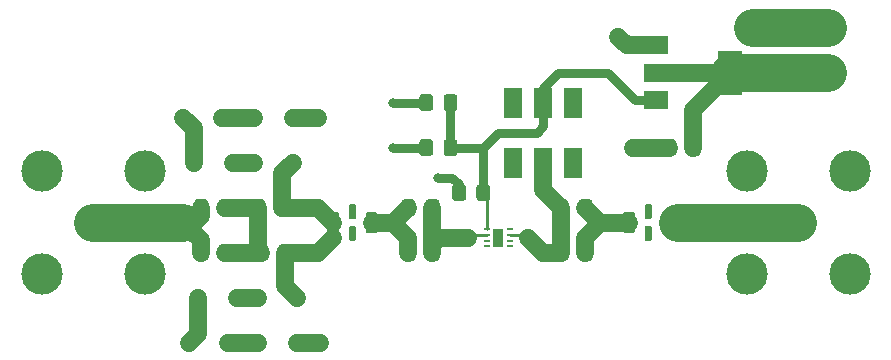
<source format=gbr>
G04 #@! TF.GenerationSoftware,KiCad,Pcbnew,5.1.5-52549c5~84~ubuntu18.04.1*
G04 #@! TF.CreationDate,2020-02-07T09:47:04+09:30*
G04 #@! TF.ProjectId,frontend,66726f6e-7465-46e6-942e-6b696361645f,rev?*
G04 #@! TF.SameCoordinates,Original*
G04 #@! TF.FileFunction,Copper,L1,Top*
G04 #@! TF.FilePolarity,Positive*
%FSLAX46Y46*%
G04 Gerber Fmt 4.6, Leading zero omitted, Abs format (unit mm)*
G04 Created by KiCad (PCBNEW 5.1.5-52549c5~84~ubuntu18.04.1) date 2020-02-07 09:47:04*
%MOMM*%
%LPD*%
G04 APERTURE LIST*
%ADD10C,3.500000*%
%ADD11C,2.050000*%
%ADD12R,0.900000X1.200000*%
%ADD13C,0.100000*%
%ADD14R,1.650000X2.540000*%
%ADD15R,2.500000X2.500000*%
%ADD16C,0.610000*%
%ADD17R,2.000000X1.500000*%
%ADD18R,2.000000X3.800000*%
%ADD19R,0.500000X0.250000*%
%ADD20R,0.900000X1.600000*%
%ADD21C,0.800000*%
%ADD22C,3.200000*%
%ADD23C,1.500000*%
%ADD24C,0.750000*%
%ADD25C,0.250000*%
G04 APERTURE END LIST*
D10*
X234220000Y-123920000D03*
X225520000Y-123920000D03*
X225520000Y-132620000D03*
D11*
X229870000Y-128270000D03*
D10*
X234220000Y-132620000D03*
D12*
X178310000Y-138430000D03*
X181610000Y-138430000D03*
G04 #@! TA.AperFunction,SMDPad,CuDef*
D13*
G36*
X179664505Y-126301204D02*
G01*
X179688773Y-126304804D01*
X179712572Y-126310765D01*
X179735671Y-126319030D01*
X179757850Y-126329520D01*
X179778893Y-126342132D01*
X179798599Y-126356747D01*
X179816777Y-126373223D01*
X179833253Y-126391401D01*
X179847868Y-126411107D01*
X179860480Y-126432150D01*
X179870970Y-126454329D01*
X179879235Y-126477428D01*
X179885196Y-126501227D01*
X179888796Y-126525495D01*
X179890000Y-126549999D01*
X179890000Y-127450001D01*
X179888796Y-127474505D01*
X179885196Y-127498773D01*
X179879235Y-127522572D01*
X179870970Y-127545671D01*
X179860480Y-127567850D01*
X179847868Y-127588893D01*
X179833253Y-127608599D01*
X179816777Y-127626777D01*
X179798599Y-127643253D01*
X179778893Y-127657868D01*
X179757850Y-127670480D01*
X179735671Y-127680970D01*
X179712572Y-127689235D01*
X179688773Y-127695196D01*
X179664505Y-127698796D01*
X179640001Y-127700000D01*
X178989999Y-127700000D01*
X178965495Y-127698796D01*
X178941227Y-127695196D01*
X178917428Y-127689235D01*
X178894329Y-127680970D01*
X178872150Y-127670480D01*
X178851107Y-127657868D01*
X178831401Y-127643253D01*
X178813223Y-127626777D01*
X178796747Y-127608599D01*
X178782132Y-127588893D01*
X178769520Y-127567850D01*
X178759030Y-127545671D01*
X178750765Y-127522572D01*
X178744804Y-127498773D01*
X178741204Y-127474505D01*
X178740000Y-127450001D01*
X178740000Y-126549999D01*
X178741204Y-126525495D01*
X178744804Y-126501227D01*
X178750765Y-126477428D01*
X178759030Y-126454329D01*
X178769520Y-126432150D01*
X178782132Y-126411107D01*
X178796747Y-126391401D01*
X178813223Y-126373223D01*
X178831401Y-126356747D01*
X178851107Y-126342132D01*
X178872150Y-126329520D01*
X178894329Y-126319030D01*
X178917428Y-126310765D01*
X178941227Y-126304804D01*
X178965495Y-126301204D01*
X178989999Y-126300000D01*
X179640001Y-126300000D01*
X179664505Y-126301204D01*
G37*
G04 #@! TD.AperFunction*
G04 #@! TA.AperFunction,SMDPad,CuDef*
G36*
X181714505Y-126301204D02*
G01*
X181738773Y-126304804D01*
X181762572Y-126310765D01*
X181785671Y-126319030D01*
X181807850Y-126329520D01*
X181828893Y-126342132D01*
X181848599Y-126356747D01*
X181866777Y-126373223D01*
X181883253Y-126391401D01*
X181897868Y-126411107D01*
X181910480Y-126432150D01*
X181920970Y-126454329D01*
X181929235Y-126477428D01*
X181935196Y-126501227D01*
X181938796Y-126525495D01*
X181940000Y-126549999D01*
X181940000Y-127450001D01*
X181938796Y-127474505D01*
X181935196Y-127498773D01*
X181929235Y-127522572D01*
X181920970Y-127545671D01*
X181910480Y-127567850D01*
X181897868Y-127588893D01*
X181883253Y-127608599D01*
X181866777Y-127626777D01*
X181848599Y-127643253D01*
X181828893Y-127657868D01*
X181807850Y-127670480D01*
X181785671Y-127680970D01*
X181762572Y-127689235D01*
X181738773Y-127695196D01*
X181714505Y-127698796D01*
X181690001Y-127700000D01*
X181039999Y-127700000D01*
X181015495Y-127698796D01*
X180991227Y-127695196D01*
X180967428Y-127689235D01*
X180944329Y-127680970D01*
X180922150Y-127670480D01*
X180901107Y-127657868D01*
X180881401Y-127643253D01*
X180863223Y-127626777D01*
X180846747Y-127608599D01*
X180832132Y-127588893D01*
X180819520Y-127567850D01*
X180809030Y-127545671D01*
X180800765Y-127522572D01*
X180794804Y-127498773D01*
X180791204Y-127474505D01*
X180790000Y-127450001D01*
X180790000Y-126549999D01*
X180791204Y-126525495D01*
X180794804Y-126501227D01*
X180800765Y-126477428D01*
X180809030Y-126454329D01*
X180819520Y-126432150D01*
X180832132Y-126411107D01*
X180846747Y-126391401D01*
X180863223Y-126373223D01*
X180881401Y-126356747D01*
X180901107Y-126342132D01*
X180922150Y-126329520D01*
X180944329Y-126319030D01*
X180967428Y-126310765D01*
X180991227Y-126304804D01*
X181015495Y-126301204D01*
X181039999Y-126300000D01*
X181690001Y-126300000D01*
X181714505Y-126301204D01*
G37*
G04 #@! TD.AperFunction*
D14*
X205740000Y-118110000D03*
X208280000Y-118110000D03*
X210820000Y-118110000D03*
X210820000Y-123190000D03*
X208280000Y-123190000D03*
X205740000Y-123190000D03*
D15*
X231140000Y-111760000D03*
G04 #@! TA.AperFunction,SMDPad,CuDef*
D13*
G36*
X212194505Y-126301204D02*
G01*
X212218773Y-126304804D01*
X212242572Y-126310765D01*
X212265671Y-126319030D01*
X212287850Y-126329520D01*
X212308893Y-126342132D01*
X212328599Y-126356747D01*
X212346777Y-126373223D01*
X212363253Y-126391401D01*
X212377868Y-126411107D01*
X212390480Y-126432150D01*
X212400970Y-126454329D01*
X212409235Y-126477428D01*
X212415196Y-126501227D01*
X212418796Y-126525495D01*
X212420000Y-126549999D01*
X212420000Y-127450001D01*
X212418796Y-127474505D01*
X212415196Y-127498773D01*
X212409235Y-127522572D01*
X212400970Y-127545671D01*
X212390480Y-127567850D01*
X212377868Y-127588893D01*
X212363253Y-127608599D01*
X212346777Y-127626777D01*
X212328599Y-127643253D01*
X212308893Y-127657868D01*
X212287850Y-127670480D01*
X212265671Y-127680970D01*
X212242572Y-127689235D01*
X212218773Y-127695196D01*
X212194505Y-127698796D01*
X212170001Y-127700000D01*
X211519999Y-127700000D01*
X211495495Y-127698796D01*
X211471227Y-127695196D01*
X211447428Y-127689235D01*
X211424329Y-127680970D01*
X211402150Y-127670480D01*
X211381107Y-127657868D01*
X211361401Y-127643253D01*
X211343223Y-127626777D01*
X211326747Y-127608599D01*
X211312132Y-127588893D01*
X211299520Y-127567850D01*
X211289030Y-127545671D01*
X211280765Y-127522572D01*
X211274804Y-127498773D01*
X211271204Y-127474505D01*
X211270000Y-127450001D01*
X211270000Y-126549999D01*
X211271204Y-126525495D01*
X211274804Y-126501227D01*
X211280765Y-126477428D01*
X211289030Y-126454329D01*
X211299520Y-126432150D01*
X211312132Y-126411107D01*
X211326747Y-126391401D01*
X211343223Y-126373223D01*
X211361401Y-126356747D01*
X211381107Y-126342132D01*
X211402150Y-126329520D01*
X211424329Y-126319030D01*
X211447428Y-126310765D01*
X211471227Y-126304804D01*
X211495495Y-126301204D01*
X211519999Y-126300000D01*
X212170001Y-126300000D01*
X212194505Y-126301204D01*
G37*
G04 #@! TD.AperFunction*
G04 #@! TA.AperFunction,SMDPad,CuDef*
G36*
X210144505Y-126301204D02*
G01*
X210168773Y-126304804D01*
X210192572Y-126310765D01*
X210215671Y-126319030D01*
X210237850Y-126329520D01*
X210258893Y-126342132D01*
X210278599Y-126356747D01*
X210296777Y-126373223D01*
X210313253Y-126391401D01*
X210327868Y-126411107D01*
X210340480Y-126432150D01*
X210350970Y-126454329D01*
X210359235Y-126477428D01*
X210365196Y-126501227D01*
X210368796Y-126525495D01*
X210370000Y-126549999D01*
X210370000Y-127450001D01*
X210368796Y-127474505D01*
X210365196Y-127498773D01*
X210359235Y-127522572D01*
X210350970Y-127545671D01*
X210340480Y-127567850D01*
X210327868Y-127588893D01*
X210313253Y-127608599D01*
X210296777Y-127626777D01*
X210278599Y-127643253D01*
X210258893Y-127657868D01*
X210237850Y-127670480D01*
X210215671Y-127680970D01*
X210192572Y-127689235D01*
X210168773Y-127695196D01*
X210144505Y-127698796D01*
X210120001Y-127700000D01*
X209469999Y-127700000D01*
X209445495Y-127698796D01*
X209421227Y-127695196D01*
X209397428Y-127689235D01*
X209374329Y-127680970D01*
X209352150Y-127670480D01*
X209331107Y-127657868D01*
X209311401Y-127643253D01*
X209293223Y-127626777D01*
X209276747Y-127608599D01*
X209262132Y-127588893D01*
X209249520Y-127567850D01*
X209239030Y-127545671D01*
X209230765Y-127522572D01*
X209224804Y-127498773D01*
X209221204Y-127474505D01*
X209220000Y-127450001D01*
X209220000Y-126549999D01*
X209221204Y-126525495D01*
X209224804Y-126501227D01*
X209230765Y-126477428D01*
X209239030Y-126454329D01*
X209249520Y-126432150D01*
X209262132Y-126411107D01*
X209276747Y-126391401D01*
X209293223Y-126373223D01*
X209311401Y-126356747D01*
X209331107Y-126342132D01*
X209352150Y-126329520D01*
X209374329Y-126319030D01*
X209397428Y-126310765D01*
X209421227Y-126304804D01*
X209445495Y-126301204D01*
X209469999Y-126300000D01*
X210120001Y-126300000D01*
X210144505Y-126301204D01*
G37*
G04 #@! TD.AperFunction*
D16*
X192125000Y-127165000D03*
X192125000Y-129375000D03*
G04 #@! TA.AperFunction,SMDPad,CuDef*
D13*
G36*
X192292448Y-126720734D02*
G01*
X192307251Y-126722930D01*
X192321768Y-126726567D01*
X192335859Y-126731608D01*
X192349388Y-126738007D01*
X192362224Y-126745701D01*
X192374245Y-126754616D01*
X192385334Y-126764666D01*
X192395384Y-126775755D01*
X192404299Y-126787776D01*
X192411993Y-126800612D01*
X192418392Y-126814141D01*
X192423433Y-126828232D01*
X192427070Y-126842749D01*
X192429266Y-126857552D01*
X192430000Y-126872500D01*
X192430000Y-127812500D01*
X192429266Y-127827448D01*
X192427070Y-127842251D01*
X192423433Y-127856768D01*
X192418392Y-127870859D01*
X192411993Y-127884388D01*
X192404299Y-127897224D01*
X192395384Y-127909245D01*
X192385334Y-127920334D01*
X192374245Y-127930384D01*
X192362224Y-127939299D01*
X192349388Y-127946993D01*
X192335859Y-127953392D01*
X192321768Y-127958433D01*
X192307251Y-127962070D01*
X192292448Y-127964266D01*
X192277500Y-127965000D01*
X191972500Y-127965000D01*
X191957552Y-127964266D01*
X191942749Y-127962070D01*
X191928232Y-127958433D01*
X191914141Y-127953392D01*
X191900612Y-127946993D01*
X191887776Y-127939299D01*
X191875755Y-127930384D01*
X191864666Y-127920334D01*
X191854616Y-127909245D01*
X191845701Y-127897224D01*
X191838007Y-127884388D01*
X191831608Y-127870859D01*
X191826567Y-127856768D01*
X191822930Y-127842251D01*
X191820734Y-127827448D01*
X191820000Y-127812500D01*
X191820000Y-126872500D01*
X191820734Y-126857552D01*
X191822930Y-126842749D01*
X191826567Y-126828232D01*
X191831608Y-126814141D01*
X191838007Y-126800612D01*
X191845701Y-126787776D01*
X191854616Y-126775755D01*
X191864666Y-126764666D01*
X191875755Y-126754616D01*
X191887776Y-126745701D01*
X191900612Y-126738007D01*
X191914141Y-126731608D01*
X191928232Y-126726567D01*
X191942749Y-126722930D01*
X191957552Y-126720734D01*
X191972500Y-126720000D01*
X192277500Y-126720000D01*
X192292448Y-126720734D01*
G37*
G04 #@! TD.AperFunction*
G04 #@! TA.AperFunction,SMDPad,CuDef*
G36*
X192292448Y-128575734D02*
G01*
X192307251Y-128577930D01*
X192321768Y-128581567D01*
X192335859Y-128586608D01*
X192349388Y-128593007D01*
X192362224Y-128600701D01*
X192374245Y-128609616D01*
X192385334Y-128619666D01*
X192395384Y-128630755D01*
X192404299Y-128642776D01*
X192411993Y-128655612D01*
X192418392Y-128669141D01*
X192423433Y-128683232D01*
X192427070Y-128697749D01*
X192429266Y-128712552D01*
X192430000Y-128727500D01*
X192430000Y-129667500D01*
X192429266Y-129682448D01*
X192427070Y-129697251D01*
X192423433Y-129711768D01*
X192418392Y-129725859D01*
X192411993Y-129739388D01*
X192404299Y-129752224D01*
X192395384Y-129764245D01*
X192385334Y-129775334D01*
X192374245Y-129785384D01*
X192362224Y-129794299D01*
X192349388Y-129801993D01*
X192335859Y-129808392D01*
X192321768Y-129813433D01*
X192307251Y-129817070D01*
X192292448Y-129819266D01*
X192277500Y-129820000D01*
X191972500Y-129820000D01*
X191957552Y-129819266D01*
X191942749Y-129817070D01*
X191928232Y-129813433D01*
X191914141Y-129808392D01*
X191900612Y-129801993D01*
X191887776Y-129794299D01*
X191875755Y-129785384D01*
X191864666Y-129775334D01*
X191854616Y-129764245D01*
X191845701Y-129752224D01*
X191838007Y-129739388D01*
X191831608Y-129725859D01*
X191826567Y-129711768D01*
X191822930Y-129697251D01*
X191820734Y-129682448D01*
X191820000Y-129667500D01*
X191820000Y-128727500D01*
X191820734Y-128712552D01*
X191822930Y-128697749D01*
X191826567Y-128683232D01*
X191831608Y-128669141D01*
X191838007Y-128655612D01*
X191845701Y-128642776D01*
X191854616Y-128630755D01*
X191864666Y-128619666D01*
X191875755Y-128609616D01*
X191887776Y-128600701D01*
X191900612Y-128593007D01*
X191914141Y-128586608D01*
X191928232Y-128581567D01*
X191942749Y-128577930D01*
X191957552Y-128575734D01*
X191972500Y-128575000D01*
X192277500Y-128575000D01*
X192292448Y-128575734D01*
G37*
G04 #@! TD.AperFunction*
G04 #@! TA.AperFunction,SMDPad,CuDef*
G36*
X194044865Y-127371202D02*
G01*
X194069095Y-127374796D01*
X194092855Y-127380748D01*
X194115918Y-127389000D01*
X194138061Y-127399472D01*
X194159070Y-127412065D01*
X194178745Y-127426657D01*
X194196894Y-127443106D01*
X194213343Y-127461255D01*
X194227935Y-127480930D01*
X194240528Y-127501939D01*
X194251000Y-127524082D01*
X194259252Y-127547145D01*
X194265204Y-127570905D01*
X194268798Y-127595135D01*
X194270000Y-127619600D01*
X194270000Y-128920400D01*
X194268798Y-128944865D01*
X194265204Y-128969095D01*
X194259252Y-128992855D01*
X194251000Y-129015918D01*
X194240528Y-129038061D01*
X194227935Y-129059070D01*
X194213343Y-129078745D01*
X194196894Y-129096894D01*
X194178745Y-129113343D01*
X194159070Y-129127935D01*
X194138061Y-129140528D01*
X194115918Y-129151000D01*
X194092855Y-129159252D01*
X194069095Y-129165204D01*
X194044865Y-129168798D01*
X194020400Y-129170000D01*
X193479600Y-129170000D01*
X193455135Y-129168798D01*
X193430905Y-129165204D01*
X193407145Y-129159252D01*
X193384082Y-129151000D01*
X193361939Y-129140528D01*
X193340930Y-129127935D01*
X193321255Y-129113343D01*
X193303106Y-129096894D01*
X193286657Y-129078745D01*
X193272065Y-129059070D01*
X193259472Y-129038061D01*
X193249000Y-129015918D01*
X193240748Y-128992855D01*
X193234796Y-128969095D01*
X193231202Y-128944865D01*
X193230000Y-128920400D01*
X193230000Y-127619600D01*
X193231202Y-127595135D01*
X193234796Y-127570905D01*
X193240748Y-127547145D01*
X193249000Y-127524082D01*
X193259472Y-127501939D01*
X193272065Y-127480930D01*
X193286657Y-127461255D01*
X193303106Y-127443106D01*
X193321255Y-127426657D01*
X193340930Y-127412065D01*
X193361939Y-127399472D01*
X193384082Y-127389000D01*
X193407145Y-127380748D01*
X193430905Y-127374796D01*
X193455135Y-127371202D01*
X193479600Y-127370000D01*
X194020400Y-127370000D01*
X194044865Y-127371202D01*
G37*
G04 #@! TD.AperFunction*
G04 #@! TA.AperFunction,SMDPad,CuDef*
G36*
X190794865Y-127371202D02*
G01*
X190819095Y-127374796D01*
X190842855Y-127380748D01*
X190865918Y-127389000D01*
X190888061Y-127399472D01*
X190909070Y-127412065D01*
X190928745Y-127426657D01*
X190946894Y-127443106D01*
X190963343Y-127461255D01*
X190977935Y-127480930D01*
X190990528Y-127501939D01*
X191001000Y-127524082D01*
X191009252Y-127547145D01*
X191015204Y-127570905D01*
X191018798Y-127595135D01*
X191020000Y-127619600D01*
X191020000Y-128920400D01*
X191018798Y-128944865D01*
X191015204Y-128969095D01*
X191009252Y-128992855D01*
X191001000Y-129015918D01*
X190990528Y-129038061D01*
X190977935Y-129059070D01*
X190963343Y-129078745D01*
X190946894Y-129096894D01*
X190928745Y-129113343D01*
X190909070Y-129127935D01*
X190888061Y-129140528D01*
X190865918Y-129151000D01*
X190842855Y-129159252D01*
X190819095Y-129165204D01*
X190794865Y-129168798D01*
X190770400Y-129170000D01*
X190229600Y-129170000D01*
X190205135Y-129168798D01*
X190180905Y-129165204D01*
X190157145Y-129159252D01*
X190134082Y-129151000D01*
X190111939Y-129140528D01*
X190090930Y-129127935D01*
X190071255Y-129113343D01*
X190053106Y-129096894D01*
X190036657Y-129078745D01*
X190022065Y-129059070D01*
X190009472Y-129038061D01*
X189999000Y-129015918D01*
X189990748Y-128992855D01*
X189984796Y-128969095D01*
X189981202Y-128944865D01*
X189980000Y-128920400D01*
X189980000Y-127619600D01*
X189981202Y-127595135D01*
X189984796Y-127570905D01*
X189990748Y-127547145D01*
X189999000Y-127524082D01*
X190009472Y-127501939D01*
X190022065Y-127480930D01*
X190036657Y-127461255D01*
X190053106Y-127443106D01*
X190071255Y-127426657D01*
X190090930Y-127412065D01*
X190111939Y-127399472D01*
X190134082Y-127389000D01*
X190157145Y-127380748D01*
X190180905Y-127374796D01*
X190205135Y-127371202D01*
X190229600Y-127370000D01*
X190770400Y-127370000D01*
X190794865Y-127371202D01*
G37*
G04 #@! TD.AperFunction*
G04 #@! TA.AperFunction,SMDPad,CuDef*
G36*
X201499505Y-125031204D02*
G01*
X201523773Y-125034804D01*
X201547572Y-125040765D01*
X201570671Y-125049030D01*
X201592850Y-125059520D01*
X201613893Y-125072132D01*
X201633599Y-125086747D01*
X201651777Y-125103223D01*
X201668253Y-125121401D01*
X201682868Y-125141107D01*
X201695480Y-125162150D01*
X201705970Y-125184329D01*
X201714235Y-125207428D01*
X201720196Y-125231227D01*
X201723796Y-125255495D01*
X201725000Y-125279999D01*
X201725000Y-126180001D01*
X201723796Y-126204505D01*
X201720196Y-126228773D01*
X201714235Y-126252572D01*
X201705970Y-126275671D01*
X201695480Y-126297850D01*
X201682868Y-126318893D01*
X201668253Y-126338599D01*
X201651777Y-126356777D01*
X201633599Y-126373253D01*
X201613893Y-126387868D01*
X201592850Y-126400480D01*
X201570671Y-126410970D01*
X201547572Y-126419235D01*
X201523773Y-126425196D01*
X201499505Y-126428796D01*
X201475001Y-126430000D01*
X200824999Y-126430000D01*
X200800495Y-126428796D01*
X200776227Y-126425196D01*
X200752428Y-126419235D01*
X200729329Y-126410970D01*
X200707150Y-126400480D01*
X200686107Y-126387868D01*
X200666401Y-126373253D01*
X200648223Y-126356777D01*
X200631747Y-126338599D01*
X200617132Y-126318893D01*
X200604520Y-126297850D01*
X200594030Y-126275671D01*
X200585765Y-126252572D01*
X200579804Y-126228773D01*
X200576204Y-126204505D01*
X200575000Y-126180001D01*
X200575000Y-125279999D01*
X200576204Y-125255495D01*
X200579804Y-125231227D01*
X200585765Y-125207428D01*
X200594030Y-125184329D01*
X200604520Y-125162150D01*
X200617132Y-125141107D01*
X200631747Y-125121401D01*
X200648223Y-125103223D01*
X200666401Y-125086747D01*
X200686107Y-125072132D01*
X200707150Y-125059520D01*
X200729329Y-125049030D01*
X200752428Y-125040765D01*
X200776227Y-125034804D01*
X200800495Y-125031204D01*
X200824999Y-125030000D01*
X201475001Y-125030000D01*
X201499505Y-125031204D01*
G37*
G04 #@! TD.AperFunction*
G04 #@! TA.AperFunction,SMDPad,CuDef*
G36*
X203549505Y-125031204D02*
G01*
X203573773Y-125034804D01*
X203597572Y-125040765D01*
X203620671Y-125049030D01*
X203642850Y-125059520D01*
X203663893Y-125072132D01*
X203683599Y-125086747D01*
X203701777Y-125103223D01*
X203718253Y-125121401D01*
X203732868Y-125141107D01*
X203745480Y-125162150D01*
X203755970Y-125184329D01*
X203764235Y-125207428D01*
X203770196Y-125231227D01*
X203773796Y-125255495D01*
X203775000Y-125279999D01*
X203775000Y-126180001D01*
X203773796Y-126204505D01*
X203770196Y-126228773D01*
X203764235Y-126252572D01*
X203755970Y-126275671D01*
X203745480Y-126297850D01*
X203732868Y-126318893D01*
X203718253Y-126338599D01*
X203701777Y-126356777D01*
X203683599Y-126373253D01*
X203663893Y-126387868D01*
X203642850Y-126400480D01*
X203620671Y-126410970D01*
X203597572Y-126419235D01*
X203573773Y-126425196D01*
X203549505Y-126428796D01*
X203525001Y-126430000D01*
X202874999Y-126430000D01*
X202850495Y-126428796D01*
X202826227Y-126425196D01*
X202802428Y-126419235D01*
X202779329Y-126410970D01*
X202757150Y-126400480D01*
X202736107Y-126387868D01*
X202716401Y-126373253D01*
X202698223Y-126356777D01*
X202681747Y-126338599D01*
X202667132Y-126318893D01*
X202654520Y-126297850D01*
X202644030Y-126275671D01*
X202635765Y-126252572D01*
X202629804Y-126228773D01*
X202626204Y-126204505D01*
X202625000Y-126180001D01*
X202625000Y-125279999D01*
X202626204Y-125255495D01*
X202629804Y-125231227D01*
X202635765Y-125207428D01*
X202644030Y-125184329D01*
X202654520Y-125162150D01*
X202667132Y-125141107D01*
X202681747Y-125121401D01*
X202698223Y-125103223D01*
X202716401Y-125086747D01*
X202736107Y-125072132D01*
X202757150Y-125059520D01*
X202779329Y-125049030D01*
X202802428Y-125040765D01*
X202826227Y-125034804D01*
X202850495Y-125031204D01*
X202874999Y-125030000D01*
X203525001Y-125030000D01*
X203549505Y-125031204D01*
G37*
G04 #@! TD.AperFunction*
G04 #@! TA.AperFunction,SMDPad,CuDef*
G36*
X219279505Y-121221204D02*
G01*
X219303773Y-121224804D01*
X219327572Y-121230765D01*
X219350671Y-121239030D01*
X219372850Y-121249520D01*
X219393893Y-121262132D01*
X219413599Y-121276747D01*
X219431777Y-121293223D01*
X219448253Y-121311401D01*
X219462868Y-121331107D01*
X219475480Y-121352150D01*
X219485970Y-121374329D01*
X219494235Y-121397428D01*
X219500196Y-121421227D01*
X219503796Y-121445495D01*
X219505000Y-121469999D01*
X219505000Y-122370001D01*
X219503796Y-122394505D01*
X219500196Y-122418773D01*
X219494235Y-122442572D01*
X219485970Y-122465671D01*
X219475480Y-122487850D01*
X219462868Y-122508893D01*
X219448253Y-122528599D01*
X219431777Y-122546777D01*
X219413599Y-122563253D01*
X219393893Y-122577868D01*
X219372850Y-122590480D01*
X219350671Y-122600970D01*
X219327572Y-122609235D01*
X219303773Y-122615196D01*
X219279505Y-122618796D01*
X219255001Y-122620000D01*
X218604999Y-122620000D01*
X218580495Y-122618796D01*
X218556227Y-122615196D01*
X218532428Y-122609235D01*
X218509329Y-122600970D01*
X218487150Y-122590480D01*
X218466107Y-122577868D01*
X218446401Y-122563253D01*
X218428223Y-122546777D01*
X218411747Y-122528599D01*
X218397132Y-122508893D01*
X218384520Y-122487850D01*
X218374030Y-122465671D01*
X218365765Y-122442572D01*
X218359804Y-122418773D01*
X218356204Y-122394505D01*
X218355000Y-122370001D01*
X218355000Y-121469999D01*
X218356204Y-121445495D01*
X218359804Y-121421227D01*
X218365765Y-121397428D01*
X218374030Y-121374329D01*
X218384520Y-121352150D01*
X218397132Y-121331107D01*
X218411747Y-121311401D01*
X218428223Y-121293223D01*
X218446401Y-121276747D01*
X218466107Y-121262132D01*
X218487150Y-121249520D01*
X218509329Y-121239030D01*
X218532428Y-121230765D01*
X218556227Y-121224804D01*
X218580495Y-121221204D01*
X218604999Y-121220000D01*
X219255001Y-121220000D01*
X219279505Y-121221204D01*
G37*
G04 #@! TD.AperFunction*
G04 #@! TA.AperFunction,SMDPad,CuDef*
G36*
X221329505Y-121221204D02*
G01*
X221353773Y-121224804D01*
X221377572Y-121230765D01*
X221400671Y-121239030D01*
X221422850Y-121249520D01*
X221443893Y-121262132D01*
X221463599Y-121276747D01*
X221481777Y-121293223D01*
X221498253Y-121311401D01*
X221512868Y-121331107D01*
X221525480Y-121352150D01*
X221535970Y-121374329D01*
X221544235Y-121397428D01*
X221550196Y-121421227D01*
X221553796Y-121445495D01*
X221555000Y-121469999D01*
X221555000Y-122370001D01*
X221553796Y-122394505D01*
X221550196Y-122418773D01*
X221544235Y-122442572D01*
X221535970Y-122465671D01*
X221525480Y-122487850D01*
X221512868Y-122508893D01*
X221498253Y-122528599D01*
X221481777Y-122546777D01*
X221463599Y-122563253D01*
X221443893Y-122577868D01*
X221422850Y-122590480D01*
X221400671Y-122600970D01*
X221377572Y-122609235D01*
X221353773Y-122615196D01*
X221329505Y-122618796D01*
X221305001Y-122620000D01*
X220654999Y-122620000D01*
X220630495Y-122618796D01*
X220606227Y-122615196D01*
X220582428Y-122609235D01*
X220559329Y-122600970D01*
X220537150Y-122590480D01*
X220516107Y-122577868D01*
X220496401Y-122563253D01*
X220478223Y-122546777D01*
X220461747Y-122528599D01*
X220447132Y-122508893D01*
X220434520Y-122487850D01*
X220424030Y-122465671D01*
X220415765Y-122442572D01*
X220409804Y-122418773D01*
X220406204Y-122394505D01*
X220405000Y-122370001D01*
X220405000Y-121469999D01*
X220406204Y-121445495D01*
X220409804Y-121421227D01*
X220415765Y-121397428D01*
X220424030Y-121374329D01*
X220434520Y-121352150D01*
X220447132Y-121331107D01*
X220461747Y-121311401D01*
X220478223Y-121293223D01*
X220496401Y-121276747D01*
X220516107Y-121262132D01*
X220537150Y-121249520D01*
X220559329Y-121239030D01*
X220582428Y-121230765D01*
X220606227Y-121224804D01*
X220630495Y-121221204D01*
X220654999Y-121220000D01*
X221305001Y-121220000D01*
X221329505Y-121221204D01*
G37*
G04 #@! TD.AperFunction*
D17*
X217830000Y-113270000D03*
X217830000Y-117870000D03*
X217830000Y-115570000D03*
D18*
X224130000Y-115570000D03*
G04 #@! TA.AperFunction,SMDPad,CuDef*
D13*
G36*
X198714505Y-121221204D02*
G01*
X198738773Y-121224804D01*
X198762572Y-121230765D01*
X198785671Y-121239030D01*
X198807850Y-121249520D01*
X198828893Y-121262132D01*
X198848599Y-121276747D01*
X198866777Y-121293223D01*
X198883253Y-121311401D01*
X198897868Y-121331107D01*
X198910480Y-121352150D01*
X198920970Y-121374329D01*
X198929235Y-121397428D01*
X198935196Y-121421227D01*
X198938796Y-121445495D01*
X198940000Y-121469999D01*
X198940000Y-122370001D01*
X198938796Y-122394505D01*
X198935196Y-122418773D01*
X198929235Y-122442572D01*
X198920970Y-122465671D01*
X198910480Y-122487850D01*
X198897868Y-122508893D01*
X198883253Y-122528599D01*
X198866777Y-122546777D01*
X198848599Y-122563253D01*
X198828893Y-122577868D01*
X198807850Y-122590480D01*
X198785671Y-122600970D01*
X198762572Y-122609235D01*
X198738773Y-122615196D01*
X198714505Y-122618796D01*
X198690001Y-122620000D01*
X198039999Y-122620000D01*
X198015495Y-122618796D01*
X197991227Y-122615196D01*
X197967428Y-122609235D01*
X197944329Y-122600970D01*
X197922150Y-122590480D01*
X197901107Y-122577868D01*
X197881401Y-122563253D01*
X197863223Y-122546777D01*
X197846747Y-122528599D01*
X197832132Y-122508893D01*
X197819520Y-122487850D01*
X197809030Y-122465671D01*
X197800765Y-122442572D01*
X197794804Y-122418773D01*
X197791204Y-122394505D01*
X197790000Y-122370001D01*
X197790000Y-121469999D01*
X197791204Y-121445495D01*
X197794804Y-121421227D01*
X197800765Y-121397428D01*
X197809030Y-121374329D01*
X197819520Y-121352150D01*
X197832132Y-121331107D01*
X197846747Y-121311401D01*
X197863223Y-121293223D01*
X197881401Y-121276747D01*
X197901107Y-121262132D01*
X197922150Y-121249520D01*
X197944329Y-121239030D01*
X197967428Y-121230765D01*
X197991227Y-121224804D01*
X198015495Y-121221204D01*
X198039999Y-121220000D01*
X198690001Y-121220000D01*
X198714505Y-121221204D01*
G37*
G04 #@! TD.AperFunction*
G04 #@! TA.AperFunction,SMDPad,CuDef*
G36*
X200764505Y-121221204D02*
G01*
X200788773Y-121224804D01*
X200812572Y-121230765D01*
X200835671Y-121239030D01*
X200857850Y-121249520D01*
X200878893Y-121262132D01*
X200898599Y-121276747D01*
X200916777Y-121293223D01*
X200933253Y-121311401D01*
X200947868Y-121331107D01*
X200960480Y-121352150D01*
X200970970Y-121374329D01*
X200979235Y-121397428D01*
X200985196Y-121421227D01*
X200988796Y-121445495D01*
X200990000Y-121469999D01*
X200990000Y-122370001D01*
X200988796Y-122394505D01*
X200985196Y-122418773D01*
X200979235Y-122442572D01*
X200970970Y-122465671D01*
X200960480Y-122487850D01*
X200947868Y-122508893D01*
X200933253Y-122528599D01*
X200916777Y-122546777D01*
X200898599Y-122563253D01*
X200878893Y-122577868D01*
X200857850Y-122590480D01*
X200835671Y-122600970D01*
X200812572Y-122609235D01*
X200788773Y-122615196D01*
X200764505Y-122618796D01*
X200740001Y-122620000D01*
X200089999Y-122620000D01*
X200065495Y-122618796D01*
X200041227Y-122615196D01*
X200017428Y-122609235D01*
X199994329Y-122600970D01*
X199972150Y-122590480D01*
X199951107Y-122577868D01*
X199931401Y-122563253D01*
X199913223Y-122546777D01*
X199896747Y-122528599D01*
X199882132Y-122508893D01*
X199869520Y-122487850D01*
X199859030Y-122465671D01*
X199850765Y-122442572D01*
X199844804Y-122418773D01*
X199841204Y-122394505D01*
X199840000Y-122370001D01*
X199840000Y-121469999D01*
X199841204Y-121445495D01*
X199844804Y-121421227D01*
X199850765Y-121397428D01*
X199859030Y-121374329D01*
X199869520Y-121352150D01*
X199882132Y-121331107D01*
X199896747Y-121311401D01*
X199913223Y-121293223D01*
X199931401Y-121276747D01*
X199951107Y-121262132D01*
X199972150Y-121249520D01*
X199994329Y-121239030D01*
X200017428Y-121230765D01*
X200041227Y-121224804D01*
X200065495Y-121221204D01*
X200089999Y-121220000D01*
X200740001Y-121220000D01*
X200764505Y-121221204D01*
G37*
G04 #@! TD.AperFunction*
D12*
X178690000Y-123190000D03*
X181990000Y-123190000D03*
D10*
X174530000Y-132620000D03*
D11*
X170180000Y-128270000D03*
D10*
X165830000Y-132620000D03*
X165830000Y-123920000D03*
X174530000Y-123920000D03*
D16*
X217170000Y-127165000D03*
X217170000Y-129375000D03*
G04 #@! TA.AperFunction,SMDPad,CuDef*
D13*
G36*
X217337448Y-126720734D02*
G01*
X217352251Y-126722930D01*
X217366768Y-126726567D01*
X217380859Y-126731608D01*
X217394388Y-126738007D01*
X217407224Y-126745701D01*
X217419245Y-126754616D01*
X217430334Y-126764666D01*
X217440384Y-126775755D01*
X217449299Y-126787776D01*
X217456993Y-126800612D01*
X217463392Y-126814141D01*
X217468433Y-126828232D01*
X217472070Y-126842749D01*
X217474266Y-126857552D01*
X217475000Y-126872500D01*
X217475000Y-127812500D01*
X217474266Y-127827448D01*
X217472070Y-127842251D01*
X217468433Y-127856768D01*
X217463392Y-127870859D01*
X217456993Y-127884388D01*
X217449299Y-127897224D01*
X217440384Y-127909245D01*
X217430334Y-127920334D01*
X217419245Y-127930384D01*
X217407224Y-127939299D01*
X217394388Y-127946993D01*
X217380859Y-127953392D01*
X217366768Y-127958433D01*
X217352251Y-127962070D01*
X217337448Y-127964266D01*
X217322500Y-127965000D01*
X217017500Y-127965000D01*
X217002552Y-127964266D01*
X216987749Y-127962070D01*
X216973232Y-127958433D01*
X216959141Y-127953392D01*
X216945612Y-127946993D01*
X216932776Y-127939299D01*
X216920755Y-127930384D01*
X216909666Y-127920334D01*
X216899616Y-127909245D01*
X216890701Y-127897224D01*
X216883007Y-127884388D01*
X216876608Y-127870859D01*
X216871567Y-127856768D01*
X216867930Y-127842251D01*
X216865734Y-127827448D01*
X216865000Y-127812500D01*
X216865000Y-126872500D01*
X216865734Y-126857552D01*
X216867930Y-126842749D01*
X216871567Y-126828232D01*
X216876608Y-126814141D01*
X216883007Y-126800612D01*
X216890701Y-126787776D01*
X216899616Y-126775755D01*
X216909666Y-126764666D01*
X216920755Y-126754616D01*
X216932776Y-126745701D01*
X216945612Y-126738007D01*
X216959141Y-126731608D01*
X216973232Y-126726567D01*
X216987749Y-126722930D01*
X217002552Y-126720734D01*
X217017500Y-126720000D01*
X217322500Y-126720000D01*
X217337448Y-126720734D01*
G37*
G04 #@! TD.AperFunction*
G04 #@! TA.AperFunction,SMDPad,CuDef*
G36*
X217337448Y-128575734D02*
G01*
X217352251Y-128577930D01*
X217366768Y-128581567D01*
X217380859Y-128586608D01*
X217394388Y-128593007D01*
X217407224Y-128600701D01*
X217419245Y-128609616D01*
X217430334Y-128619666D01*
X217440384Y-128630755D01*
X217449299Y-128642776D01*
X217456993Y-128655612D01*
X217463392Y-128669141D01*
X217468433Y-128683232D01*
X217472070Y-128697749D01*
X217474266Y-128712552D01*
X217475000Y-128727500D01*
X217475000Y-129667500D01*
X217474266Y-129682448D01*
X217472070Y-129697251D01*
X217468433Y-129711768D01*
X217463392Y-129725859D01*
X217456993Y-129739388D01*
X217449299Y-129752224D01*
X217440384Y-129764245D01*
X217430334Y-129775334D01*
X217419245Y-129785384D01*
X217407224Y-129794299D01*
X217394388Y-129801993D01*
X217380859Y-129808392D01*
X217366768Y-129813433D01*
X217352251Y-129817070D01*
X217337448Y-129819266D01*
X217322500Y-129820000D01*
X217017500Y-129820000D01*
X217002552Y-129819266D01*
X216987749Y-129817070D01*
X216973232Y-129813433D01*
X216959141Y-129808392D01*
X216945612Y-129801993D01*
X216932776Y-129794299D01*
X216920755Y-129785384D01*
X216909666Y-129775334D01*
X216899616Y-129764245D01*
X216890701Y-129752224D01*
X216883007Y-129739388D01*
X216876608Y-129725859D01*
X216871567Y-129711768D01*
X216867930Y-129697251D01*
X216865734Y-129682448D01*
X216865000Y-129667500D01*
X216865000Y-128727500D01*
X216865734Y-128712552D01*
X216867930Y-128697749D01*
X216871567Y-128683232D01*
X216876608Y-128669141D01*
X216883007Y-128655612D01*
X216890701Y-128642776D01*
X216899616Y-128630755D01*
X216909666Y-128619666D01*
X216920755Y-128609616D01*
X216932776Y-128600701D01*
X216945612Y-128593007D01*
X216959141Y-128586608D01*
X216973232Y-128581567D01*
X216987749Y-128577930D01*
X217002552Y-128575734D01*
X217017500Y-128575000D01*
X217322500Y-128575000D01*
X217337448Y-128575734D01*
G37*
G04 #@! TD.AperFunction*
G04 #@! TA.AperFunction,SMDPad,CuDef*
G36*
X219089865Y-127371202D02*
G01*
X219114095Y-127374796D01*
X219137855Y-127380748D01*
X219160918Y-127389000D01*
X219183061Y-127399472D01*
X219204070Y-127412065D01*
X219223745Y-127426657D01*
X219241894Y-127443106D01*
X219258343Y-127461255D01*
X219272935Y-127480930D01*
X219285528Y-127501939D01*
X219296000Y-127524082D01*
X219304252Y-127547145D01*
X219310204Y-127570905D01*
X219313798Y-127595135D01*
X219315000Y-127619600D01*
X219315000Y-128920400D01*
X219313798Y-128944865D01*
X219310204Y-128969095D01*
X219304252Y-128992855D01*
X219296000Y-129015918D01*
X219285528Y-129038061D01*
X219272935Y-129059070D01*
X219258343Y-129078745D01*
X219241894Y-129096894D01*
X219223745Y-129113343D01*
X219204070Y-129127935D01*
X219183061Y-129140528D01*
X219160918Y-129151000D01*
X219137855Y-129159252D01*
X219114095Y-129165204D01*
X219089865Y-129168798D01*
X219065400Y-129170000D01*
X218524600Y-129170000D01*
X218500135Y-129168798D01*
X218475905Y-129165204D01*
X218452145Y-129159252D01*
X218429082Y-129151000D01*
X218406939Y-129140528D01*
X218385930Y-129127935D01*
X218366255Y-129113343D01*
X218348106Y-129096894D01*
X218331657Y-129078745D01*
X218317065Y-129059070D01*
X218304472Y-129038061D01*
X218294000Y-129015918D01*
X218285748Y-128992855D01*
X218279796Y-128969095D01*
X218276202Y-128944865D01*
X218275000Y-128920400D01*
X218275000Y-127619600D01*
X218276202Y-127595135D01*
X218279796Y-127570905D01*
X218285748Y-127547145D01*
X218294000Y-127524082D01*
X218304472Y-127501939D01*
X218317065Y-127480930D01*
X218331657Y-127461255D01*
X218348106Y-127443106D01*
X218366255Y-127426657D01*
X218385930Y-127412065D01*
X218406939Y-127399472D01*
X218429082Y-127389000D01*
X218452145Y-127380748D01*
X218475905Y-127374796D01*
X218500135Y-127371202D01*
X218524600Y-127370000D01*
X219065400Y-127370000D01*
X219089865Y-127371202D01*
G37*
G04 #@! TD.AperFunction*
G04 #@! TA.AperFunction,SMDPad,CuDef*
G36*
X215839865Y-127371202D02*
G01*
X215864095Y-127374796D01*
X215887855Y-127380748D01*
X215910918Y-127389000D01*
X215933061Y-127399472D01*
X215954070Y-127412065D01*
X215973745Y-127426657D01*
X215991894Y-127443106D01*
X216008343Y-127461255D01*
X216022935Y-127480930D01*
X216035528Y-127501939D01*
X216046000Y-127524082D01*
X216054252Y-127547145D01*
X216060204Y-127570905D01*
X216063798Y-127595135D01*
X216065000Y-127619600D01*
X216065000Y-128920400D01*
X216063798Y-128944865D01*
X216060204Y-128969095D01*
X216054252Y-128992855D01*
X216046000Y-129015918D01*
X216035528Y-129038061D01*
X216022935Y-129059070D01*
X216008343Y-129078745D01*
X215991894Y-129096894D01*
X215973745Y-129113343D01*
X215954070Y-129127935D01*
X215933061Y-129140528D01*
X215910918Y-129151000D01*
X215887855Y-129159252D01*
X215864095Y-129165204D01*
X215839865Y-129168798D01*
X215815400Y-129170000D01*
X215274600Y-129170000D01*
X215250135Y-129168798D01*
X215225905Y-129165204D01*
X215202145Y-129159252D01*
X215179082Y-129151000D01*
X215156939Y-129140528D01*
X215135930Y-129127935D01*
X215116255Y-129113343D01*
X215098106Y-129096894D01*
X215081657Y-129078745D01*
X215067065Y-129059070D01*
X215054472Y-129038061D01*
X215044000Y-129015918D01*
X215035748Y-128992855D01*
X215029796Y-128969095D01*
X215026202Y-128944865D01*
X215025000Y-128920400D01*
X215025000Y-127619600D01*
X215026202Y-127595135D01*
X215029796Y-127570905D01*
X215035748Y-127547145D01*
X215044000Y-127524082D01*
X215054472Y-127501939D01*
X215067065Y-127480930D01*
X215081657Y-127461255D01*
X215098106Y-127443106D01*
X215116255Y-127426657D01*
X215135930Y-127412065D01*
X215156939Y-127399472D01*
X215179082Y-127389000D01*
X215202145Y-127380748D01*
X215225905Y-127374796D01*
X215250135Y-127371202D01*
X215274600Y-127370000D01*
X215815400Y-127370000D01*
X215839865Y-127371202D01*
G37*
G04 #@! TD.AperFunction*
G04 #@! TA.AperFunction,SMDPad,CuDef*
G36*
X184744505Y-130111204D02*
G01*
X184768773Y-130114804D01*
X184792572Y-130120765D01*
X184815671Y-130129030D01*
X184837850Y-130139520D01*
X184858893Y-130152132D01*
X184878599Y-130166747D01*
X184896777Y-130183223D01*
X184913253Y-130201401D01*
X184927868Y-130221107D01*
X184940480Y-130242150D01*
X184950970Y-130264329D01*
X184959235Y-130287428D01*
X184965196Y-130311227D01*
X184968796Y-130335495D01*
X184970000Y-130359999D01*
X184970000Y-131260001D01*
X184968796Y-131284505D01*
X184965196Y-131308773D01*
X184959235Y-131332572D01*
X184950970Y-131355671D01*
X184940480Y-131377850D01*
X184927868Y-131398893D01*
X184913253Y-131418599D01*
X184896777Y-131436777D01*
X184878599Y-131453253D01*
X184858893Y-131467868D01*
X184837850Y-131480480D01*
X184815671Y-131490970D01*
X184792572Y-131499235D01*
X184768773Y-131505196D01*
X184744505Y-131508796D01*
X184720001Y-131510000D01*
X184069999Y-131510000D01*
X184045495Y-131508796D01*
X184021227Y-131505196D01*
X183997428Y-131499235D01*
X183974329Y-131490970D01*
X183952150Y-131480480D01*
X183931107Y-131467868D01*
X183911401Y-131453253D01*
X183893223Y-131436777D01*
X183876747Y-131418599D01*
X183862132Y-131398893D01*
X183849520Y-131377850D01*
X183839030Y-131355671D01*
X183830765Y-131332572D01*
X183824804Y-131308773D01*
X183821204Y-131284505D01*
X183820000Y-131260001D01*
X183820000Y-130359999D01*
X183821204Y-130335495D01*
X183824804Y-130311227D01*
X183830765Y-130287428D01*
X183839030Y-130264329D01*
X183849520Y-130242150D01*
X183862132Y-130221107D01*
X183876747Y-130201401D01*
X183893223Y-130183223D01*
X183911401Y-130166747D01*
X183931107Y-130152132D01*
X183952150Y-130139520D01*
X183974329Y-130129030D01*
X183997428Y-130120765D01*
X184021227Y-130114804D01*
X184045495Y-130111204D01*
X184069999Y-130110000D01*
X184720001Y-130110000D01*
X184744505Y-130111204D01*
G37*
G04 #@! TD.AperFunction*
G04 #@! TA.AperFunction,SMDPad,CuDef*
G36*
X186794505Y-130111204D02*
G01*
X186818773Y-130114804D01*
X186842572Y-130120765D01*
X186865671Y-130129030D01*
X186887850Y-130139520D01*
X186908893Y-130152132D01*
X186928599Y-130166747D01*
X186946777Y-130183223D01*
X186963253Y-130201401D01*
X186977868Y-130221107D01*
X186990480Y-130242150D01*
X187000970Y-130264329D01*
X187009235Y-130287428D01*
X187015196Y-130311227D01*
X187018796Y-130335495D01*
X187020000Y-130359999D01*
X187020000Y-131260001D01*
X187018796Y-131284505D01*
X187015196Y-131308773D01*
X187009235Y-131332572D01*
X187000970Y-131355671D01*
X186990480Y-131377850D01*
X186977868Y-131398893D01*
X186963253Y-131418599D01*
X186946777Y-131436777D01*
X186928599Y-131453253D01*
X186908893Y-131467868D01*
X186887850Y-131480480D01*
X186865671Y-131490970D01*
X186842572Y-131499235D01*
X186818773Y-131505196D01*
X186794505Y-131508796D01*
X186770001Y-131510000D01*
X186119999Y-131510000D01*
X186095495Y-131508796D01*
X186071227Y-131505196D01*
X186047428Y-131499235D01*
X186024329Y-131490970D01*
X186002150Y-131480480D01*
X185981107Y-131467868D01*
X185961401Y-131453253D01*
X185943223Y-131436777D01*
X185926747Y-131418599D01*
X185912132Y-131398893D01*
X185899520Y-131377850D01*
X185889030Y-131355671D01*
X185880765Y-131332572D01*
X185874804Y-131308773D01*
X185871204Y-131284505D01*
X185870000Y-131260001D01*
X185870000Y-130359999D01*
X185871204Y-130335495D01*
X185874804Y-130311227D01*
X185880765Y-130287428D01*
X185889030Y-130264329D01*
X185899520Y-130242150D01*
X185912132Y-130221107D01*
X185926747Y-130201401D01*
X185943223Y-130183223D01*
X185961401Y-130166747D01*
X185981107Y-130152132D01*
X186002150Y-130139520D01*
X186024329Y-130129030D01*
X186047428Y-130120765D01*
X186071227Y-130114804D01*
X186095495Y-130111204D01*
X186119999Y-130110000D01*
X186770001Y-130110000D01*
X186794505Y-130111204D01*
G37*
G04 #@! TD.AperFunction*
G04 #@! TA.AperFunction,SMDPad,CuDef*
G36*
X181714505Y-130111204D02*
G01*
X181738773Y-130114804D01*
X181762572Y-130120765D01*
X181785671Y-130129030D01*
X181807850Y-130139520D01*
X181828893Y-130152132D01*
X181848599Y-130166747D01*
X181866777Y-130183223D01*
X181883253Y-130201401D01*
X181897868Y-130221107D01*
X181910480Y-130242150D01*
X181920970Y-130264329D01*
X181929235Y-130287428D01*
X181935196Y-130311227D01*
X181938796Y-130335495D01*
X181940000Y-130359999D01*
X181940000Y-131260001D01*
X181938796Y-131284505D01*
X181935196Y-131308773D01*
X181929235Y-131332572D01*
X181920970Y-131355671D01*
X181910480Y-131377850D01*
X181897868Y-131398893D01*
X181883253Y-131418599D01*
X181866777Y-131436777D01*
X181848599Y-131453253D01*
X181828893Y-131467868D01*
X181807850Y-131480480D01*
X181785671Y-131490970D01*
X181762572Y-131499235D01*
X181738773Y-131505196D01*
X181714505Y-131508796D01*
X181690001Y-131510000D01*
X181039999Y-131510000D01*
X181015495Y-131508796D01*
X180991227Y-131505196D01*
X180967428Y-131499235D01*
X180944329Y-131490970D01*
X180922150Y-131480480D01*
X180901107Y-131467868D01*
X180881401Y-131453253D01*
X180863223Y-131436777D01*
X180846747Y-131418599D01*
X180832132Y-131398893D01*
X180819520Y-131377850D01*
X180809030Y-131355671D01*
X180800765Y-131332572D01*
X180794804Y-131308773D01*
X180791204Y-131284505D01*
X180790000Y-131260001D01*
X180790000Y-130359999D01*
X180791204Y-130335495D01*
X180794804Y-130311227D01*
X180800765Y-130287428D01*
X180809030Y-130264329D01*
X180819520Y-130242150D01*
X180832132Y-130221107D01*
X180846747Y-130201401D01*
X180863223Y-130183223D01*
X180881401Y-130166747D01*
X180901107Y-130152132D01*
X180922150Y-130139520D01*
X180944329Y-130129030D01*
X180967428Y-130120765D01*
X180991227Y-130114804D01*
X181015495Y-130111204D01*
X181039999Y-130110000D01*
X181690001Y-130110000D01*
X181714505Y-130111204D01*
G37*
G04 #@! TD.AperFunction*
G04 #@! TA.AperFunction,SMDPad,CuDef*
G36*
X179664505Y-130111204D02*
G01*
X179688773Y-130114804D01*
X179712572Y-130120765D01*
X179735671Y-130129030D01*
X179757850Y-130139520D01*
X179778893Y-130152132D01*
X179798599Y-130166747D01*
X179816777Y-130183223D01*
X179833253Y-130201401D01*
X179847868Y-130221107D01*
X179860480Y-130242150D01*
X179870970Y-130264329D01*
X179879235Y-130287428D01*
X179885196Y-130311227D01*
X179888796Y-130335495D01*
X179890000Y-130359999D01*
X179890000Y-131260001D01*
X179888796Y-131284505D01*
X179885196Y-131308773D01*
X179879235Y-131332572D01*
X179870970Y-131355671D01*
X179860480Y-131377850D01*
X179847868Y-131398893D01*
X179833253Y-131418599D01*
X179816777Y-131436777D01*
X179798599Y-131453253D01*
X179778893Y-131467868D01*
X179757850Y-131480480D01*
X179735671Y-131490970D01*
X179712572Y-131499235D01*
X179688773Y-131505196D01*
X179664505Y-131508796D01*
X179640001Y-131510000D01*
X178989999Y-131510000D01*
X178965495Y-131508796D01*
X178941227Y-131505196D01*
X178917428Y-131499235D01*
X178894329Y-131490970D01*
X178872150Y-131480480D01*
X178851107Y-131467868D01*
X178831401Y-131453253D01*
X178813223Y-131436777D01*
X178796747Y-131418599D01*
X178782132Y-131398893D01*
X178769520Y-131377850D01*
X178759030Y-131355671D01*
X178750765Y-131332572D01*
X178744804Y-131308773D01*
X178741204Y-131284505D01*
X178740000Y-131260001D01*
X178740000Y-130359999D01*
X178741204Y-130335495D01*
X178744804Y-130311227D01*
X178750765Y-130287428D01*
X178759030Y-130264329D01*
X178769520Y-130242150D01*
X178782132Y-130221107D01*
X178796747Y-130201401D01*
X178813223Y-130183223D01*
X178831401Y-130166747D01*
X178851107Y-130152132D01*
X178872150Y-130139520D01*
X178894329Y-130129030D01*
X178917428Y-130120765D01*
X178941227Y-130114804D01*
X178965495Y-130111204D01*
X178989999Y-130110000D01*
X179640001Y-130110000D01*
X179664505Y-130111204D01*
G37*
G04 #@! TD.AperFunction*
D12*
X181100000Y-119380000D03*
X177800000Y-119380000D03*
G04 #@! TA.AperFunction,SMDPad,CuDef*
D13*
G36*
X200764505Y-117411204D02*
G01*
X200788773Y-117414804D01*
X200812572Y-117420765D01*
X200835671Y-117429030D01*
X200857850Y-117439520D01*
X200878893Y-117452132D01*
X200898599Y-117466747D01*
X200916777Y-117483223D01*
X200933253Y-117501401D01*
X200947868Y-117521107D01*
X200960480Y-117542150D01*
X200970970Y-117564329D01*
X200979235Y-117587428D01*
X200985196Y-117611227D01*
X200988796Y-117635495D01*
X200990000Y-117659999D01*
X200990000Y-118560001D01*
X200988796Y-118584505D01*
X200985196Y-118608773D01*
X200979235Y-118632572D01*
X200970970Y-118655671D01*
X200960480Y-118677850D01*
X200947868Y-118698893D01*
X200933253Y-118718599D01*
X200916777Y-118736777D01*
X200898599Y-118753253D01*
X200878893Y-118767868D01*
X200857850Y-118780480D01*
X200835671Y-118790970D01*
X200812572Y-118799235D01*
X200788773Y-118805196D01*
X200764505Y-118808796D01*
X200740001Y-118810000D01*
X200089999Y-118810000D01*
X200065495Y-118808796D01*
X200041227Y-118805196D01*
X200017428Y-118799235D01*
X199994329Y-118790970D01*
X199972150Y-118780480D01*
X199951107Y-118767868D01*
X199931401Y-118753253D01*
X199913223Y-118736777D01*
X199896747Y-118718599D01*
X199882132Y-118698893D01*
X199869520Y-118677850D01*
X199859030Y-118655671D01*
X199850765Y-118632572D01*
X199844804Y-118608773D01*
X199841204Y-118584505D01*
X199840000Y-118560001D01*
X199840000Y-117659999D01*
X199841204Y-117635495D01*
X199844804Y-117611227D01*
X199850765Y-117587428D01*
X199859030Y-117564329D01*
X199869520Y-117542150D01*
X199882132Y-117521107D01*
X199896747Y-117501401D01*
X199913223Y-117483223D01*
X199931401Y-117466747D01*
X199951107Y-117452132D01*
X199972150Y-117439520D01*
X199994329Y-117429030D01*
X200017428Y-117420765D01*
X200041227Y-117414804D01*
X200065495Y-117411204D01*
X200089999Y-117410000D01*
X200740001Y-117410000D01*
X200764505Y-117411204D01*
G37*
G04 #@! TD.AperFunction*
G04 #@! TA.AperFunction,SMDPad,CuDef*
G36*
X198714505Y-117411204D02*
G01*
X198738773Y-117414804D01*
X198762572Y-117420765D01*
X198785671Y-117429030D01*
X198807850Y-117439520D01*
X198828893Y-117452132D01*
X198848599Y-117466747D01*
X198866777Y-117483223D01*
X198883253Y-117501401D01*
X198897868Y-117521107D01*
X198910480Y-117542150D01*
X198920970Y-117564329D01*
X198929235Y-117587428D01*
X198935196Y-117611227D01*
X198938796Y-117635495D01*
X198940000Y-117659999D01*
X198940000Y-118560001D01*
X198938796Y-118584505D01*
X198935196Y-118608773D01*
X198929235Y-118632572D01*
X198920970Y-118655671D01*
X198910480Y-118677850D01*
X198897868Y-118698893D01*
X198883253Y-118718599D01*
X198866777Y-118736777D01*
X198848599Y-118753253D01*
X198828893Y-118767868D01*
X198807850Y-118780480D01*
X198785671Y-118790970D01*
X198762572Y-118799235D01*
X198738773Y-118805196D01*
X198714505Y-118808796D01*
X198690001Y-118810000D01*
X198039999Y-118810000D01*
X198015495Y-118808796D01*
X197991227Y-118805196D01*
X197967428Y-118799235D01*
X197944329Y-118790970D01*
X197922150Y-118780480D01*
X197901107Y-118767868D01*
X197881401Y-118753253D01*
X197863223Y-118736777D01*
X197846747Y-118718599D01*
X197832132Y-118698893D01*
X197819520Y-118677850D01*
X197809030Y-118655671D01*
X197800765Y-118632572D01*
X197794804Y-118608773D01*
X197791204Y-118584505D01*
X197790000Y-118560001D01*
X197790000Y-117659999D01*
X197791204Y-117635495D01*
X197794804Y-117611227D01*
X197800765Y-117587428D01*
X197809030Y-117564329D01*
X197819520Y-117542150D01*
X197832132Y-117521107D01*
X197846747Y-117501401D01*
X197863223Y-117483223D01*
X197881401Y-117466747D01*
X197901107Y-117452132D01*
X197922150Y-117439520D01*
X197944329Y-117429030D01*
X197967428Y-117420765D01*
X197991227Y-117414804D01*
X198015495Y-117411204D01*
X198039999Y-117410000D01*
X198690001Y-117410000D01*
X198714505Y-117411204D01*
G37*
G04 #@! TD.AperFunction*
G04 #@! TA.AperFunction,SMDPad,CuDef*
G36*
X186549505Y-126301204D02*
G01*
X186573773Y-126304804D01*
X186597572Y-126310765D01*
X186620671Y-126319030D01*
X186642850Y-126329520D01*
X186663893Y-126342132D01*
X186683599Y-126356747D01*
X186701777Y-126373223D01*
X186718253Y-126391401D01*
X186732868Y-126411107D01*
X186745480Y-126432150D01*
X186755970Y-126454329D01*
X186764235Y-126477428D01*
X186770196Y-126501227D01*
X186773796Y-126525495D01*
X186775000Y-126549999D01*
X186775000Y-127450001D01*
X186773796Y-127474505D01*
X186770196Y-127498773D01*
X186764235Y-127522572D01*
X186755970Y-127545671D01*
X186745480Y-127567850D01*
X186732868Y-127588893D01*
X186718253Y-127608599D01*
X186701777Y-127626777D01*
X186683599Y-127643253D01*
X186663893Y-127657868D01*
X186642850Y-127670480D01*
X186620671Y-127680970D01*
X186597572Y-127689235D01*
X186573773Y-127695196D01*
X186549505Y-127698796D01*
X186525001Y-127700000D01*
X185874999Y-127700000D01*
X185850495Y-127698796D01*
X185826227Y-127695196D01*
X185802428Y-127689235D01*
X185779329Y-127680970D01*
X185757150Y-127670480D01*
X185736107Y-127657868D01*
X185716401Y-127643253D01*
X185698223Y-127626777D01*
X185681747Y-127608599D01*
X185667132Y-127588893D01*
X185654520Y-127567850D01*
X185644030Y-127545671D01*
X185635765Y-127522572D01*
X185629804Y-127498773D01*
X185626204Y-127474505D01*
X185625000Y-127450001D01*
X185625000Y-126549999D01*
X185626204Y-126525495D01*
X185629804Y-126501227D01*
X185635765Y-126477428D01*
X185644030Y-126454329D01*
X185654520Y-126432150D01*
X185667132Y-126411107D01*
X185681747Y-126391401D01*
X185698223Y-126373223D01*
X185716401Y-126356747D01*
X185736107Y-126342132D01*
X185757150Y-126329520D01*
X185779329Y-126319030D01*
X185802428Y-126310765D01*
X185826227Y-126304804D01*
X185850495Y-126301204D01*
X185874999Y-126300000D01*
X186525001Y-126300000D01*
X186549505Y-126301204D01*
G37*
G04 #@! TD.AperFunction*
G04 #@! TA.AperFunction,SMDPad,CuDef*
G36*
X184499505Y-126301204D02*
G01*
X184523773Y-126304804D01*
X184547572Y-126310765D01*
X184570671Y-126319030D01*
X184592850Y-126329520D01*
X184613893Y-126342132D01*
X184633599Y-126356747D01*
X184651777Y-126373223D01*
X184668253Y-126391401D01*
X184682868Y-126411107D01*
X184695480Y-126432150D01*
X184705970Y-126454329D01*
X184714235Y-126477428D01*
X184720196Y-126501227D01*
X184723796Y-126525495D01*
X184725000Y-126549999D01*
X184725000Y-127450001D01*
X184723796Y-127474505D01*
X184720196Y-127498773D01*
X184714235Y-127522572D01*
X184705970Y-127545671D01*
X184695480Y-127567850D01*
X184682868Y-127588893D01*
X184668253Y-127608599D01*
X184651777Y-127626777D01*
X184633599Y-127643253D01*
X184613893Y-127657868D01*
X184592850Y-127670480D01*
X184570671Y-127680970D01*
X184547572Y-127689235D01*
X184523773Y-127695196D01*
X184499505Y-127698796D01*
X184475001Y-127700000D01*
X183824999Y-127700000D01*
X183800495Y-127698796D01*
X183776227Y-127695196D01*
X183752428Y-127689235D01*
X183729329Y-127680970D01*
X183707150Y-127670480D01*
X183686107Y-127657868D01*
X183666401Y-127643253D01*
X183648223Y-127626777D01*
X183631747Y-127608599D01*
X183617132Y-127588893D01*
X183604520Y-127567850D01*
X183594030Y-127545671D01*
X183585765Y-127522572D01*
X183579804Y-127498773D01*
X183576204Y-127474505D01*
X183575000Y-127450001D01*
X183575000Y-126549999D01*
X183576204Y-126525495D01*
X183579804Y-126501227D01*
X183585765Y-126477428D01*
X183594030Y-126454329D01*
X183604520Y-126432150D01*
X183617132Y-126411107D01*
X183631747Y-126391401D01*
X183648223Y-126373223D01*
X183666401Y-126356747D01*
X183686107Y-126342132D01*
X183707150Y-126329520D01*
X183729329Y-126319030D01*
X183752428Y-126310765D01*
X183776227Y-126304804D01*
X183800495Y-126301204D01*
X183824999Y-126300000D01*
X184475001Y-126300000D01*
X184499505Y-126301204D01*
G37*
G04 #@! TD.AperFunction*
G04 #@! TA.AperFunction,SMDPad,CuDef*
G36*
X210144505Y-130111204D02*
G01*
X210168773Y-130114804D01*
X210192572Y-130120765D01*
X210215671Y-130129030D01*
X210237850Y-130139520D01*
X210258893Y-130152132D01*
X210278599Y-130166747D01*
X210296777Y-130183223D01*
X210313253Y-130201401D01*
X210327868Y-130221107D01*
X210340480Y-130242150D01*
X210350970Y-130264329D01*
X210359235Y-130287428D01*
X210365196Y-130311227D01*
X210368796Y-130335495D01*
X210370000Y-130359999D01*
X210370000Y-131260001D01*
X210368796Y-131284505D01*
X210365196Y-131308773D01*
X210359235Y-131332572D01*
X210350970Y-131355671D01*
X210340480Y-131377850D01*
X210327868Y-131398893D01*
X210313253Y-131418599D01*
X210296777Y-131436777D01*
X210278599Y-131453253D01*
X210258893Y-131467868D01*
X210237850Y-131480480D01*
X210215671Y-131490970D01*
X210192572Y-131499235D01*
X210168773Y-131505196D01*
X210144505Y-131508796D01*
X210120001Y-131510000D01*
X209469999Y-131510000D01*
X209445495Y-131508796D01*
X209421227Y-131505196D01*
X209397428Y-131499235D01*
X209374329Y-131490970D01*
X209352150Y-131480480D01*
X209331107Y-131467868D01*
X209311401Y-131453253D01*
X209293223Y-131436777D01*
X209276747Y-131418599D01*
X209262132Y-131398893D01*
X209249520Y-131377850D01*
X209239030Y-131355671D01*
X209230765Y-131332572D01*
X209224804Y-131308773D01*
X209221204Y-131284505D01*
X209220000Y-131260001D01*
X209220000Y-130359999D01*
X209221204Y-130335495D01*
X209224804Y-130311227D01*
X209230765Y-130287428D01*
X209239030Y-130264329D01*
X209249520Y-130242150D01*
X209262132Y-130221107D01*
X209276747Y-130201401D01*
X209293223Y-130183223D01*
X209311401Y-130166747D01*
X209331107Y-130152132D01*
X209352150Y-130139520D01*
X209374329Y-130129030D01*
X209397428Y-130120765D01*
X209421227Y-130114804D01*
X209445495Y-130111204D01*
X209469999Y-130110000D01*
X210120001Y-130110000D01*
X210144505Y-130111204D01*
G37*
G04 #@! TD.AperFunction*
G04 #@! TA.AperFunction,SMDPad,CuDef*
G36*
X212194505Y-130111204D02*
G01*
X212218773Y-130114804D01*
X212242572Y-130120765D01*
X212265671Y-130129030D01*
X212287850Y-130139520D01*
X212308893Y-130152132D01*
X212328599Y-130166747D01*
X212346777Y-130183223D01*
X212363253Y-130201401D01*
X212377868Y-130221107D01*
X212390480Y-130242150D01*
X212400970Y-130264329D01*
X212409235Y-130287428D01*
X212415196Y-130311227D01*
X212418796Y-130335495D01*
X212420000Y-130359999D01*
X212420000Y-131260001D01*
X212418796Y-131284505D01*
X212415196Y-131308773D01*
X212409235Y-131332572D01*
X212400970Y-131355671D01*
X212390480Y-131377850D01*
X212377868Y-131398893D01*
X212363253Y-131418599D01*
X212346777Y-131436777D01*
X212328599Y-131453253D01*
X212308893Y-131467868D01*
X212287850Y-131480480D01*
X212265671Y-131490970D01*
X212242572Y-131499235D01*
X212218773Y-131505196D01*
X212194505Y-131508796D01*
X212170001Y-131510000D01*
X211519999Y-131510000D01*
X211495495Y-131508796D01*
X211471227Y-131505196D01*
X211447428Y-131499235D01*
X211424329Y-131490970D01*
X211402150Y-131480480D01*
X211381107Y-131467868D01*
X211361401Y-131453253D01*
X211343223Y-131436777D01*
X211326747Y-131418599D01*
X211312132Y-131398893D01*
X211299520Y-131377850D01*
X211289030Y-131355671D01*
X211280765Y-131332572D01*
X211274804Y-131308773D01*
X211271204Y-131284505D01*
X211270000Y-131260001D01*
X211270000Y-130359999D01*
X211271204Y-130335495D01*
X211274804Y-130311227D01*
X211280765Y-130287428D01*
X211289030Y-130264329D01*
X211299520Y-130242150D01*
X211312132Y-130221107D01*
X211326747Y-130201401D01*
X211343223Y-130183223D01*
X211361401Y-130166747D01*
X211381107Y-130152132D01*
X211402150Y-130139520D01*
X211424329Y-130129030D01*
X211447428Y-130120765D01*
X211471227Y-130114804D01*
X211495495Y-130111204D01*
X211519999Y-130110000D01*
X212170001Y-130110000D01*
X212194505Y-130111204D01*
G37*
G04 #@! TD.AperFunction*
D12*
X187450000Y-134620000D03*
X184150000Y-134620000D03*
D15*
X231140000Y-115570000D03*
D12*
X182370000Y-134620000D03*
X179070000Y-134620000D03*
G04 #@! TA.AperFunction,SMDPad,CuDef*
D13*
G36*
X199249505Y-126301204D02*
G01*
X199273773Y-126304804D01*
X199297572Y-126310765D01*
X199320671Y-126319030D01*
X199342850Y-126329520D01*
X199363893Y-126342132D01*
X199383599Y-126356747D01*
X199401777Y-126373223D01*
X199418253Y-126391401D01*
X199432868Y-126411107D01*
X199445480Y-126432150D01*
X199455970Y-126454329D01*
X199464235Y-126477428D01*
X199470196Y-126501227D01*
X199473796Y-126525495D01*
X199475000Y-126549999D01*
X199475000Y-127450001D01*
X199473796Y-127474505D01*
X199470196Y-127498773D01*
X199464235Y-127522572D01*
X199455970Y-127545671D01*
X199445480Y-127567850D01*
X199432868Y-127588893D01*
X199418253Y-127608599D01*
X199401777Y-127626777D01*
X199383599Y-127643253D01*
X199363893Y-127657868D01*
X199342850Y-127670480D01*
X199320671Y-127680970D01*
X199297572Y-127689235D01*
X199273773Y-127695196D01*
X199249505Y-127698796D01*
X199225001Y-127700000D01*
X198574999Y-127700000D01*
X198550495Y-127698796D01*
X198526227Y-127695196D01*
X198502428Y-127689235D01*
X198479329Y-127680970D01*
X198457150Y-127670480D01*
X198436107Y-127657868D01*
X198416401Y-127643253D01*
X198398223Y-127626777D01*
X198381747Y-127608599D01*
X198367132Y-127588893D01*
X198354520Y-127567850D01*
X198344030Y-127545671D01*
X198335765Y-127522572D01*
X198329804Y-127498773D01*
X198326204Y-127474505D01*
X198325000Y-127450001D01*
X198325000Y-126549999D01*
X198326204Y-126525495D01*
X198329804Y-126501227D01*
X198335765Y-126477428D01*
X198344030Y-126454329D01*
X198354520Y-126432150D01*
X198367132Y-126411107D01*
X198381747Y-126391401D01*
X198398223Y-126373223D01*
X198416401Y-126356747D01*
X198436107Y-126342132D01*
X198457150Y-126329520D01*
X198479329Y-126319030D01*
X198502428Y-126310765D01*
X198526227Y-126304804D01*
X198550495Y-126301204D01*
X198574999Y-126300000D01*
X199225001Y-126300000D01*
X199249505Y-126301204D01*
G37*
G04 #@! TD.AperFunction*
G04 #@! TA.AperFunction,SMDPad,CuDef*
G36*
X197199505Y-126301204D02*
G01*
X197223773Y-126304804D01*
X197247572Y-126310765D01*
X197270671Y-126319030D01*
X197292850Y-126329520D01*
X197313893Y-126342132D01*
X197333599Y-126356747D01*
X197351777Y-126373223D01*
X197368253Y-126391401D01*
X197382868Y-126411107D01*
X197395480Y-126432150D01*
X197405970Y-126454329D01*
X197414235Y-126477428D01*
X197420196Y-126501227D01*
X197423796Y-126525495D01*
X197425000Y-126549999D01*
X197425000Y-127450001D01*
X197423796Y-127474505D01*
X197420196Y-127498773D01*
X197414235Y-127522572D01*
X197405970Y-127545671D01*
X197395480Y-127567850D01*
X197382868Y-127588893D01*
X197368253Y-127608599D01*
X197351777Y-127626777D01*
X197333599Y-127643253D01*
X197313893Y-127657868D01*
X197292850Y-127670480D01*
X197270671Y-127680970D01*
X197247572Y-127689235D01*
X197223773Y-127695196D01*
X197199505Y-127698796D01*
X197175001Y-127700000D01*
X196524999Y-127700000D01*
X196500495Y-127698796D01*
X196476227Y-127695196D01*
X196452428Y-127689235D01*
X196429329Y-127680970D01*
X196407150Y-127670480D01*
X196386107Y-127657868D01*
X196366401Y-127643253D01*
X196348223Y-127626777D01*
X196331747Y-127608599D01*
X196317132Y-127588893D01*
X196304520Y-127567850D01*
X196294030Y-127545671D01*
X196285765Y-127522572D01*
X196279804Y-127498773D01*
X196276204Y-127474505D01*
X196275000Y-127450001D01*
X196275000Y-126549999D01*
X196276204Y-126525495D01*
X196279804Y-126501227D01*
X196285765Y-126477428D01*
X196294030Y-126454329D01*
X196304520Y-126432150D01*
X196317132Y-126411107D01*
X196331747Y-126391401D01*
X196348223Y-126373223D01*
X196366401Y-126356747D01*
X196386107Y-126342132D01*
X196407150Y-126329520D01*
X196429329Y-126319030D01*
X196452428Y-126310765D01*
X196476227Y-126304804D01*
X196500495Y-126301204D01*
X196524999Y-126300000D01*
X197175001Y-126300000D01*
X197199505Y-126301204D01*
G37*
G04 #@! TD.AperFunction*
G04 #@! TA.AperFunction,SMDPad,CuDef*
G36*
X197199505Y-130111204D02*
G01*
X197223773Y-130114804D01*
X197247572Y-130120765D01*
X197270671Y-130129030D01*
X197292850Y-130139520D01*
X197313893Y-130152132D01*
X197333599Y-130166747D01*
X197351777Y-130183223D01*
X197368253Y-130201401D01*
X197382868Y-130221107D01*
X197395480Y-130242150D01*
X197405970Y-130264329D01*
X197414235Y-130287428D01*
X197420196Y-130311227D01*
X197423796Y-130335495D01*
X197425000Y-130359999D01*
X197425000Y-131260001D01*
X197423796Y-131284505D01*
X197420196Y-131308773D01*
X197414235Y-131332572D01*
X197405970Y-131355671D01*
X197395480Y-131377850D01*
X197382868Y-131398893D01*
X197368253Y-131418599D01*
X197351777Y-131436777D01*
X197333599Y-131453253D01*
X197313893Y-131467868D01*
X197292850Y-131480480D01*
X197270671Y-131490970D01*
X197247572Y-131499235D01*
X197223773Y-131505196D01*
X197199505Y-131508796D01*
X197175001Y-131510000D01*
X196524999Y-131510000D01*
X196500495Y-131508796D01*
X196476227Y-131505196D01*
X196452428Y-131499235D01*
X196429329Y-131490970D01*
X196407150Y-131480480D01*
X196386107Y-131467868D01*
X196366401Y-131453253D01*
X196348223Y-131436777D01*
X196331747Y-131418599D01*
X196317132Y-131398893D01*
X196304520Y-131377850D01*
X196294030Y-131355671D01*
X196285765Y-131332572D01*
X196279804Y-131308773D01*
X196276204Y-131284505D01*
X196275000Y-131260001D01*
X196275000Y-130359999D01*
X196276204Y-130335495D01*
X196279804Y-130311227D01*
X196285765Y-130287428D01*
X196294030Y-130264329D01*
X196304520Y-130242150D01*
X196317132Y-130221107D01*
X196331747Y-130201401D01*
X196348223Y-130183223D01*
X196366401Y-130166747D01*
X196386107Y-130152132D01*
X196407150Y-130139520D01*
X196429329Y-130129030D01*
X196452428Y-130120765D01*
X196476227Y-130114804D01*
X196500495Y-130111204D01*
X196524999Y-130110000D01*
X197175001Y-130110000D01*
X197199505Y-130111204D01*
G37*
G04 #@! TD.AperFunction*
G04 #@! TA.AperFunction,SMDPad,CuDef*
G36*
X199249505Y-130111204D02*
G01*
X199273773Y-130114804D01*
X199297572Y-130120765D01*
X199320671Y-130129030D01*
X199342850Y-130139520D01*
X199363893Y-130152132D01*
X199383599Y-130166747D01*
X199401777Y-130183223D01*
X199418253Y-130201401D01*
X199432868Y-130221107D01*
X199445480Y-130242150D01*
X199455970Y-130264329D01*
X199464235Y-130287428D01*
X199470196Y-130311227D01*
X199473796Y-130335495D01*
X199475000Y-130359999D01*
X199475000Y-131260001D01*
X199473796Y-131284505D01*
X199470196Y-131308773D01*
X199464235Y-131332572D01*
X199455970Y-131355671D01*
X199445480Y-131377850D01*
X199432868Y-131398893D01*
X199418253Y-131418599D01*
X199401777Y-131436777D01*
X199383599Y-131453253D01*
X199363893Y-131467868D01*
X199342850Y-131480480D01*
X199320671Y-131490970D01*
X199297572Y-131499235D01*
X199273773Y-131505196D01*
X199249505Y-131508796D01*
X199225001Y-131510000D01*
X198574999Y-131510000D01*
X198550495Y-131508796D01*
X198526227Y-131505196D01*
X198502428Y-131499235D01*
X198479329Y-131490970D01*
X198457150Y-131480480D01*
X198436107Y-131467868D01*
X198416401Y-131453253D01*
X198398223Y-131436777D01*
X198381747Y-131418599D01*
X198367132Y-131398893D01*
X198354520Y-131377850D01*
X198344030Y-131355671D01*
X198335765Y-131332572D01*
X198329804Y-131308773D01*
X198326204Y-131284505D01*
X198325000Y-131260001D01*
X198325000Y-130359999D01*
X198326204Y-130335495D01*
X198329804Y-130311227D01*
X198335765Y-130287428D01*
X198344030Y-130264329D01*
X198354520Y-130242150D01*
X198367132Y-130221107D01*
X198381747Y-130201401D01*
X198398223Y-130183223D01*
X198416401Y-130166747D01*
X198436107Y-130152132D01*
X198457150Y-130139520D01*
X198479329Y-130129030D01*
X198502428Y-130120765D01*
X198526227Y-130114804D01*
X198550495Y-130111204D01*
X198574999Y-130110000D01*
X199225001Y-130110000D01*
X199249505Y-130111204D01*
G37*
G04 #@! TD.AperFunction*
D12*
X183770000Y-123190000D03*
X187070000Y-123190000D03*
X184150000Y-138430000D03*
X187450000Y-138430000D03*
D19*
X205420000Y-129790000D03*
X205420000Y-130290000D03*
X203520000Y-130290000D03*
X203520000Y-129290000D03*
X203520000Y-128790000D03*
D20*
X204470000Y-129540000D03*
D19*
X205420000Y-128790000D03*
X205420000Y-129290000D03*
X203520000Y-129790000D03*
D12*
X187070000Y-119380000D03*
X183770000Y-119380000D03*
D21*
X226060000Y-111760000D03*
X227330000Y-111760000D03*
X232410000Y-111760000D03*
X231140000Y-111760000D03*
X228600000Y-111760000D03*
X229870000Y-111760000D03*
X204470000Y-129540000D03*
X215900000Y-121920000D03*
X214860000Y-112800000D03*
X195580000Y-118110000D03*
X189230000Y-138430000D03*
X189230000Y-119380000D03*
X199390000Y-124460000D03*
X195580000Y-121920000D03*
D22*
X226060000Y-111760000D02*
X227330000Y-111760000D01*
X228600000Y-111760000D02*
X229870000Y-111760000D01*
X232410000Y-111760000D02*
X232410000Y-111760000D01*
X229870000Y-111760000D02*
X231140000Y-111760000D01*
X231140000Y-111760000D02*
X232410000Y-111760000D01*
X226060000Y-111760000D02*
X226060000Y-111760000D01*
X227330000Y-111760000D02*
X228600000Y-111760000D01*
D23*
X189230000Y-119380000D02*
X189230000Y-119380000D01*
D24*
X195580000Y-121920000D02*
X195580000Y-121920000D01*
D23*
X187450000Y-138430000D02*
X189230000Y-138430000D01*
D24*
X198365000Y-121920000D02*
X195580000Y-121920000D01*
X201150000Y-125730000D02*
X201150000Y-125030000D01*
D23*
X214860000Y-112800000D02*
X214630000Y-112570000D01*
X215330000Y-113270000D02*
X214860000Y-112800000D01*
X217830000Y-113270000D02*
X215330000Y-113270000D01*
X218930000Y-121920000D02*
X215900000Y-121920000D01*
D24*
X198365000Y-118110000D02*
X195580000Y-118110000D01*
X195580000Y-118110000D02*
X195580000Y-118110000D01*
X201150000Y-125030000D02*
X200580000Y-124460000D01*
D23*
X215900000Y-121920000D02*
X215900000Y-121920000D01*
X189230000Y-138430000D02*
X189400000Y-138430000D01*
D24*
X200580000Y-124460000D02*
X199390000Y-124460000D01*
X199390000Y-124460000D02*
X199390000Y-124460000D01*
D23*
X187070000Y-119380000D02*
X189230000Y-119380000D01*
X179315000Y-127700000D02*
X178745000Y-128270000D01*
D22*
X170180000Y-128270000D02*
X177800000Y-128270000D01*
D23*
X179315000Y-130810000D02*
X179315000Y-129785000D01*
X178745000Y-128270000D02*
X177800000Y-128270000D01*
X179315000Y-129785000D02*
X177800000Y-128270000D01*
X179315000Y-127000000D02*
X179315000Y-127700000D01*
X184150000Y-130810000D02*
X184395000Y-130810000D01*
X181365000Y-127000000D02*
X184150000Y-127000000D01*
X184150000Y-127000000D02*
X184150000Y-130810000D01*
X181365000Y-130810000D02*
X184150000Y-130810000D01*
X186200000Y-127000000D02*
X186200000Y-124060000D01*
X189230000Y-127000000D02*
X190500000Y-128270000D01*
X186200000Y-127000000D02*
X189230000Y-127000000D01*
X186445000Y-130810000D02*
X186445000Y-133615000D01*
X186445000Y-130810000D02*
X189230000Y-130810000D01*
X189230000Y-130810000D02*
X190500000Y-129540000D01*
X186200000Y-124060000D02*
X187070000Y-123190000D01*
X186445000Y-133615000D02*
X187450000Y-134620000D01*
X193750000Y-128270000D02*
X195580000Y-128270000D01*
X195580000Y-128270000D02*
X196850000Y-129540000D01*
X195580000Y-128270000D02*
X196850000Y-127000000D01*
X196850000Y-129540000D02*
X196850000Y-130810000D01*
D25*
X203520000Y-129290000D02*
X202180000Y-129290000D01*
X202180000Y-129290000D02*
X201930000Y-129540000D01*
D23*
X199470000Y-129540000D02*
X201930000Y-129540000D01*
X198900000Y-130810000D02*
X198900000Y-130110000D01*
X198900000Y-127000000D02*
X198900000Y-130810000D01*
X198900000Y-130110000D02*
X199470000Y-129540000D01*
D24*
X208280000Y-120130000D02*
X207760000Y-120650000D01*
X216080000Y-117870000D02*
X217830000Y-117870000D01*
X213780000Y-115570000D02*
X216080000Y-117870000D01*
D25*
X203520000Y-128790000D02*
X203520000Y-126050000D01*
D24*
X209550000Y-115570000D02*
X213780000Y-115570000D01*
X203200000Y-121920000D02*
X203200000Y-125730000D01*
X204470000Y-120650000D02*
X203200000Y-121920000D01*
X208280000Y-116840000D02*
X209550000Y-115570000D01*
X200415000Y-121920000D02*
X203200000Y-121920000D01*
X207760000Y-120650000D02*
X204470000Y-120650000D01*
X200415000Y-121920000D02*
X200415000Y-118110000D01*
D25*
X203520000Y-126050000D02*
X203200000Y-125730000D01*
D24*
X208280000Y-118110000D02*
X208280000Y-116840000D01*
X208280000Y-118110000D02*
X208280000Y-120130000D01*
D23*
X213115000Y-128270000D02*
X211845000Y-129540000D01*
X215545000Y-128270000D02*
X213115000Y-128270000D01*
X213115000Y-128270000D02*
X211845000Y-127000000D01*
X211845000Y-129540000D02*
X211845000Y-130810000D01*
X207010000Y-129540000D02*
X208280000Y-130810000D01*
X209795000Y-130810000D02*
X209795000Y-127000000D01*
X208280000Y-130810000D02*
X209795000Y-130810000D01*
X209795000Y-127000000D02*
X208280000Y-125485000D01*
D25*
X205420000Y-129290000D02*
X206760000Y-129290000D01*
X206760000Y-129290000D02*
X207010000Y-129540000D01*
D23*
X208280000Y-125485000D02*
X208280000Y-123190000D01*
D22*
X228330000Y-115570000D02*
X232410000Y-115570000D01*
D23*
X217830000Y-115570000D02*
X223520000Y-115570000D01*
X220980000Y-118720000D02*
X224130000Y-115570000D01*
D22*
X224130000Y-115570000D02*
X228330000Y-115570000D01*
D23*
X220980000Y-121920000D02*
X220980000Y-118720000D01*
X183770000Y-123190000D02*
X181990000Y-123190000D01*
X178690000Y-123190000D02*
X178690000Y-120270000D01*
X178690000Y-120270000D02*
X177800000Y-119380000D01*
X181100000Y-119380000D02*
X183770000Y-119380000D01*
X184150000Y-134620000D02*
X182370000Y-134620000D01*
X179070000Y-137670000D02*
X178310000Y-138430000D01*
X179070000Y-134620000D02*
X179070000Y-137670000D01*
X181610000Y-138430000D02*
X184150000Y-138430000D01*
D22*
X229870000Y-128270000D02*
X219710000Y-128270000D01*
M02*

</source>
